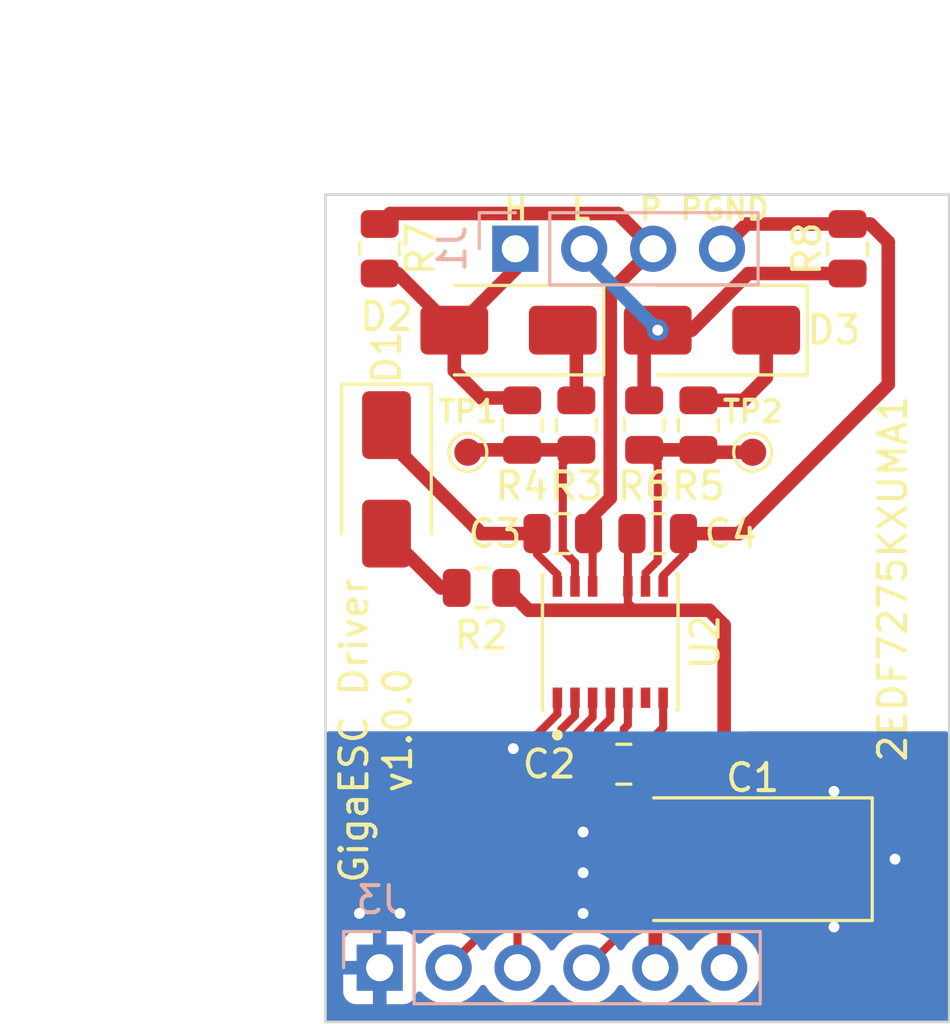
<source format=kicad_pcb>
(kicad_pcb (version 20221018) (generator pcbnew)
  (layers (0 "F.Cu" signal) (31 "B.Cu" signal) (34 "B.Paste" user) (35 "F.Paste" user) (36 "B.SilkS" user "B.Silkscreen") (37 "F.SilkS" user "F.Silkscreen") (38 "B.Mask" user) (39 "F.Mask" user) (44 "Edge.Cuts" user))
  (net 0 "")
  (net 1 "GND")
  (net 2 "+3.3V")
  (net 3 "Net-(D1-K)")
  (net 4 "/PHASE")
  (net 5 "+15V")
  (net 6 "/PHASE_GROUND")
  (net 7 "Net-(D1-A)")
  (net 8 "Net-(D2-K)")
  (net 9 "/PH")
  (net 10 "Net-(D3-K)")
  (net 11 "/PL")
  (net 12 "Net-(U2-OUTA)")
  (net 13 "Net-(U2-OUTB)")
  (net 14 "/H")
  (net 15 "/L")
  (net 16 "/DISABLE")
  (footprint "GigaVescLibs:IC_2EDF7275KXUMA2" (layer "F.Cu") (at 139.5 110.5 90)
    (fp_text reference "U2" (at 0 3.5 90) (layer "F.SilkS"))
    (fp_text value "2EDF7275KXUMA1")
    (fp_line (start -2.5 -2.5) (end 2.5 -2.5) (stroke (width 0.127)) (layer "F.SilkS"))
    (fp_line (start -2.5 -2.445) (end -2.5 -2.5) (stroke (width 0.127)) (layer "F.SilkS"))
    (fp_line (start -2.5 2.5) (end -2.5 2.445) (stroke (width 0.127)) (layer "F.SilkS"))
    (fp_line (start 2.5 -2.5) (end 2.5 -2.445) (stroke (width 0.127)) (layer "F.SilkS"))
    (fp_line (start 2.5 2.5) (end -2.5 2.5) (stroke (width 0.127)) (layer "F.SilkS"))
    (fp_line (start 2.5 2.5) (end 2.5 2.445) (stroke (width 0.127)) (layer "F.SilkS"))
    (fp_circle (center -3.425 -1.95) (end -3.325 -1.95) (stroke (width 0.2)) (fill none) (layer "F.SilkS"))
    (pad "1" smd rect (at -2.05 -1.95 90) (size 0.75 0.35) (layers "F.Cu" "F.Mask") (net 1 "GND"))
    (pad "2" smd rect (at -2.05 -1.3 90) (size 0.75 0.35) (layers "F.Cu" "F.Mask") (net 14 "/H"))
    (pad "3" smd rect (at -2.05 -0.65 90) (size 0.75 0.35) (layers "F.Cu" "F.Mask") (net 15 "/L"))
    (pad "4" smd rect (at -2.05 0 90) (size 0.75 0.35) (layers "F.Cu" "F.Mask") (net 1 "GND"))
    (pad "5" smd rect (at -2.05 0.65 90) (size 0.75 0.35) (layers "F.Cu" "F.Mask") (net 16 "/DISABLE"))
    (pad "6" smd rect (at -2.05 1.3 90) (size 0.75 0.35) (layers "F.Cu" "F.Mask"))
    (pad "7" smd rect (at -2.05 1.95 90) (size 0.75 0.35) (layers "F.Cu" "F.Mask") (net 2 "+3.3V"))
    (pad "8" smd rect (at 2.05 1.95 90) (size 0.75 0.35) (layers "F.Cu" "F.Mask") (net 6 "/PHASE_GROUND"))
    (pad "9" smd rect (at 2.05 1.3 90) (size 0.75 0.35) (layers "F.Cu" "F.Mask") (net 13 "Net-(U2-OUTB)"))
    (pad "10" smd rect (at 2.05 0.65 90) (size 0.75 0.35) (layers "F.Cu" "F.Mask") (net 5 "+15V"))
    (pad "11" smd rect (at 2.05 -0.65 90) (size 0.75 0.35) (layers "F.Cu" "F.Mask") (net 4 "/PHASE"))
    (pad "12" smd rect (at 2.05 -1.3 90) (size 0.75 0.35) (layers "F.Cu" "F.Mask") (net 12 "Net-(U2-OUTA)"))
    (pad "13" smd rect (at 2.05 -1.95 90) (size 0.75 0.35) (layers "F.Cu" "F.Mask") (net 3 "Net-(D1-K)"))
  )
  (footprint "Diode_SMD:D_SMA" (layer "F.Cu") (at 143.25 99 180)
    (fp_text reference "D3" (at -4.5 0 180) (layer "F.SilkS"))
    (fp_text value "SS520F")
    (fp_line (start -3.51 -1.65) (end -3.51 1.65) (stroke (width 0.12)) (layer "F.SilkS"))
    (fp_line (start -3.51 -1.65) (end 2 -1.65) (stroke (width 0.12)) (layer "F.SilkS"))
    (fp_line (start -3.51 1.65) (end 2 1.65) (stroke (width 0.12)) (layer "F.SilkS"))
    (pad "1" smd roundrect (at -2 0 180) (size 2.5 1.8) (layers "F.Cu" "F.Paste" "F.Mask") (roundrect_rratio 0.1388888889) (net 10 "Net-(D3-K)"))
    (pad "2" smd roundrect (at 2 0 180) (size 2.5 1.8) (layers "F.Cu" "F.Paste" "F.Mask") (roundrect_rratio 0.1388888889) (net 11 "/PL"))
  )
  (footprint "Capacitor_SMD:C_0805_2012Metric" (layer "F.Cu") (at 140 115 180)
    (fp_text reference "C2" (at 2.75 0) (layer "F.SilkS"))
    (fp_text value "100n")
    (fp_line (start -0.261252 -0.735) (end 0.261252 -0.735) (stroke (width 0.12)) (layer "F.SilkS"))
    (fp_line (start -0.261252 0.735) (end 0.261252 0.735) (stroke (width 0.12)) (layer "F.SilkS"))
    (pad "1" smd roundrect (at -0.95 0 180) (size 1 1.45) (layers "F.Cu" "F.Paste" "F.Mask") (net 2 "+3.3V"))
    (pad "2" smd roundrect (at 0.95 0 180) (size 1 1.45) (layers "F.Cu" "F.Paste" "F.Mask") (net 1 "GND"))
  )
  (footprint "Capacitor_Tantalum_SMD:CP_EIA-7343-31_Kemet-D" (layer "F.Cu") (at 144.75 118.5 180)
    (fp_text reference "C1" (at 0 3 180) (layer "F.SilkS"))
    (fp_text value "47u 25v Tant")
    (fp_line (start -4.41 -2.26) (end -4.41 2.26) (stroke (width 0.12)) (layer "F.SilkS"))
    (fp_line (start -4.41 2.26) (end 3.65 2.26) (stroke (width 0.12)) (layer "F.SilkS"))
    (fp_line (start 3.65 -2.26) (end -4.41 -2.26) (stroke (width 0.12)) (layer "F.SilkS"))
    (pad "1" smd roundrect (at -3.1125 0 180) (size 2.075 2.55) (layers "F.Cu" "F.Paste" "F.Mask") (roundrect_rratio 0.1204819277) (net 1 "GND"))
    (pad "2" smd roundrect (at 3.1125 0 180) (size 2.075 2.55) (layers "F.Cu" "F.Paste" "F.Mask") (roundrect_rratio 0.1204819277) (net 2 "+3.3V"))
  )
  (footprint "Resistor_SMD:R_0805_2012Metric" (layer "F.Cu") (at 131 96 -90)
    (fp_text reference "R7" (at 0 -1.5 90) (layer "F.SilkS"))
    (fp_text value "4.7k")
    (fp_line (start -0.227064 -0.735) (end 0.227064 -0.735) (stroke (width 0.12)) (layer "F.SilkS"))
    (fp_line (start -0.227064 0.735) (end 0.227064 0.735) (stroke (width 0.12)) (layer "F.SilkS"))
    (pad "1" smd roundrect (at -0.9125 0 270) (size 1.025 1.4) (layers "F.Cu" "F.Paste" "F.Mask") (roundrect_rratio 0.243902439) (net 4 "/PHASE"))
    (pad "2" smd roundrect (at 0.9125 0 270) (size 1.025 1.4) (layers "F.Cu" "F.Paste" "F.Mask") (roundrect_rratio 0.243902439) (net 9 "/PH"))
  )
  (footprint "Resistor_SMD:R_0805_2012Metric" (layer "F.Cu") (at 148.25 96 -90)
    (fp_text reference "R8" (at 0 1.5 90) (layer "F.SilkS"))
    (fp_text value "4.7k")
    (fp_line (start -0.227064 -0.735) (end 0.227064 -0.735) (stroke (width 0.12)) (layer "F.SilkS"))
    (fp_line (start -0.227064 0.735) (end 0.227064 0.735) (stroke (width 0.12)) (layer "F.SilkS"))
    (pad "1" smd roundrect (at -0.9125 0 270) (size 1.025 1.4) (layers "F.Cu" "F.Paste" "F.Mask") (roundrect_rratio 0.243902439) (net 6 "/PHASE_GROUND"))
    (pad "2" smd roundrect (at 0.9125 0 270) (size 1.025 1.4) (layers "F.Cu" "F.Paste" "F.Mask") (roundrect_rratio 0.243902439) (net 11 "/PL"))
  )
  (footprint "TestPoint:TestPoint_Pad_D1.0mm" (layer "F.Cu") (at 144.75 103.5)
    (fp_text reference "TP2" (at 0 -1.5) (layer "F.SilkS") (effects (font (size 0.8 0.8))))
    (fp_text value "TestPoint")
    (fp_circle (center 0 0) (end 0 0.7) (stroke (width 0.12)) (fill none) (layer "F.SilkS"))
    (pad "1" smd circle (at 0 0) (size 1 1) (layers "F.Cu" "F.Mask") (net 13 "Net-(U2-OUTB)"))
  )
  (footprint "Capacitor_SMD:C_0805_2012Metric" (layer "F.Cu") (at 137.75 106.5)
    (fp_text reference "C3" (at -2.5 0) (layer "F.SilkS"))
    (fp_text value "4.7u 25v")
    (fp_line (start -0.261252 -0.735) (end 0.261252 -0.735) (stroke (width 0.12)) (layer "F.SilkS"))
    (fp_line (start -0.261252 0.735) (end 0.261252 0.735) (stroke (width 0.12)) (layer "F.SilkS"))
    (pad "1" smd roundrect (at -0.95 0) (size 1 1.45) (layers "F.Cu" "F.Paste" "F.Mask") (net 3 "Net-(D1-K)"))
    (pad "2" smd roundrect (at 0.95 0) (size 1 1.45) (layers "F.Cu" "F.Paste" "F.Mask") (net 4 "/PHASE"))
  )
  (footprint "Diode_SMD:D_SMA" (layer "F.Cu") (at 135.75 99 180)
    (fp_text reference "D2" (at 4.5 0.5) (layer "F.SilkS"))
    (fp_text value "SS520F")
    (fp_line (start -3.51 -1.65) (end -3.51 1.65) (stroke (width 0.12)) (layer "F.SilkS"))
    (fp_line (start -3.51 -1.65) (end 2 -1.65) (stroke (width 0.12)) (layer "F.SilkS"))
    (fp_line (start -3.51 1.65) (end 2 1.65) (stroke (width 0.12)) (layer "F.SilkS"))
    (pad "1" smd roundrect (at -2 0 180) (size 2.5 1.8) (layers "F.Cu" "F.Paste" "F.Mask") (roundrect_rratio 0.1388888889) (net 8 "Net-(D2-K)"))
    (pad "2" smd roundrect (at 2 0 180) (size 2.5 1.8) (layers "F.Cu" "F.Paste" "F.Mask") (roundrect_rratio 0.1388888889) (net 9 "/PH"))
  )
  (footprint "TestPoint:TestPoint_Pad_D1.0mm" (layer "F.Cu") (at 134.25 103.5)
    (fp_text reference "TP1" (at 0 -1.5 180) (layer "F.SilkS") (effects (font (size 0.8 0.8))))
    (fp_text value "TestPoint")
    (fp_circle (center 0 0) (end 0 0.7) (stroke (width 0.12)) (fill none) (layer "F.SilkS"))
    (pad "1" smd circle (at 0 0) (size 1 1) (layers "F.Cu" "F.Mask") (net 12 "Net-(U2-OUTA)"))
  )
  (footprint "Resistor_SMD:R_0805_2012Metric" (layer "F.Cu") (at 138.25 102.5 90)
    (fp_text reference "R3" (at -2.25 0 180) (layer "F.SilkS"))
    (fp_text value "2.2")
    (fp_line (start -0.227064 -0.735) (end 0.227064 -0.735) (stroke (width 0.12)) (layer "F.SilkS"))
    (fp_line (start -0.227064 0.735) (end 0.227064 0.735) (stroke (width 0.12)) (layer "F.SilkS"))
    (pad "1" smd roundrect (at -0.9125 0 90) (size 1.025 1.4) (layers "F.Cu" "F.Paste" "F.Mask") (roundrect_rratio 0.243902439) (net 12 "Net-(U2-OUTA)"))
    (pad "2" smd roundrect (at 0.9125 0 90) (size 1.025 1.4) (layers "F.Cu" "F.Paste" "F.Mask") (roundrect_rratio 0.243902439) (net 8 "Net-(D2-K)"))
  )
  (footprint "Resistor_SMD:R_0805_2012Metric" (layer "F.Cu") (at 134.75 108.5 180)
    (fp_text reference "R2" (at 0 -1.75 180) (layer "F.SilkS"))
    (fp_text value "2.2")
    (fp_line (start -0.227064 -0.735) (end 0.227064 -0.735) (stroke (width 0.12)) (layer "F.SilkS"))
    (fp_line (start -0.227064 0.735) (end 0.227064 0.735) (stroke (width 0.12)) (layer "F.SilkS"))
    (pad "1" smd roundrect (at -0.9125 0 180) (size 1.025 1.4) (layers "F.Cu" "F.Paste" "F.Mask") (roundrect_rratio 0.243902439) (net 5 "+15V"))
    (pad "2" smd roundrect (at 0.9125 0 180) (size 1.025 1.4) (layers "F.Cu" "F.Paste" "F.Mask") (roundrect_rratio 0.243902439) (net 7 "Net-(D1-A)"))
  )
  (footprint "Resistor_SMD:R_0805_2012Metric" (layer "F.Cu") (at 140.75 102.5 90)
    (fp_text reference "R6" (at -2.25 0) (layer "F.SilkS"))
    (fp_text value "2.2")
    (fp_line (start -0.227064 -0.735) (end 0.227064 -0.735) (stroke (width 0.12)) (layer "F.SilkS"))
    (fp_line (start -0.227064 0.735) (end 0.227064 0.735) (stroke (width 0.12)) (layer "F.SilkS"))
    (pad "1" smd roundrect (at -0.9125 0 90) (size 1.025 1.4) (layers "F.Cu" "F.Paste" "F.Mask") (roundrect_rratio 0.243902439) (net 13 "Net-(U2-OUTB)"))
    (pad "2" smd roundrect (at 0.9125 0 90) (size 1.025 1.4) (layers "F.Cu" "F.Paste" "F.Mask") (roundrect_rratio 0.243902439) (net 11 "/PL"))
  )
  (footprint "Diode_SMD:D_SMA" (layer "F.Cu") (at 131.25 104.5 -90)
    (fp_text reference "D1" (at -4.5 0 90) (layer "F.SilkS"))
    (fp_text value "SS520F")
    (fp_line (start -3.51 -1.65) (end -3.51 1.65) (stroke (width 0.12)) (layer "F.SilkS"))
    (fp_line (start -3.51 -1.65) (end 2 -1.65) (stroke (width 0.12)) (layer "F.SilkS"))
    (fp_line (start -3.51 1.65) (end 2 1.65) (stroke (width 0.12)) (layer "F.SilkS"))
    (pad "1" smd roundrect (at -2 0 270) (size 2.5 1.8) (layers "F.Cu" "F.Paste" "F.Mask") (roundrect_rratio 0.1388888889) (net 3 "Net-(D1-K)"))
    (pad "2" smd roundrect (at 2 0 270) (size 2.5 1.8) (layers "F.Cu" "F.Paste" "F.Mask") (roundrect_rratio 0.1388888889) (net 7 "Net-(D1-A)"))
  )
  (footprint "Resistor_SMD:R_0805_2012Metric" (layer "F.Cu") (at 136.25 102.5 90)
    (fp_text reference "R4" (at -2.25 0) (layer "F.SilkS"))
    (fp_text value "2.2")
    (fp_line (start -0.227064 -0.735) (end 0.227064 -0.735) (stroke (width 0.12)) (layer "F.SilkS"))
    (fp_line (start -0.227064 0.735) (end 0.227064 0.735) (stroke (width 0.12)) (layer "F.SilkS"))
    (pad "1" smd roundrect (at -0.9125 0 90) (size 1.025 1.4) (layers "F.Cu" "F.Paste" "F.Mask") (roundrect_rratio 0.243902439) (net 12 "Net-(U2-OUTA)"))
    (pad "2" smd roundrect (at 0.9125 0 90) (size 1.025 1.4) (layers "F.Cu" "F.Paste" "F.Mask") (roundrect_rratio 0.243902439) (net 9 "/PH"))
  )
  (footprint "Resistor_SMD:R_0805_2012Metric" (layer "F.Cu") (at 142.75 102.5 90)
    (fp_text reference "R5" (at -2.25 0 180) (layer "F.SilkS"))
    (fp_text value "2.2")
    (fp_line (start -0.227064 -0.735) (end 0.227064 -0.735) (stroke (width 0.12)) (layer "F.SilkS"))
    (fp_line (start -0.227064 0.735) (end 0.227064 0.735) (stroke (width 0.12)) (layer "F.SilkS"))
    (pad "1" smd roundrect (at -0.9125 0 90) (size 1.025 1.4) (layers "F.Cu" "F.Paste" "F.Mask") (roundrect_rratio 0.243902439) (net 13 "Net-(U2-OUTB)"))
    (pad "2" smd roundrect (at 0.9125 0 90) (size 1.025 1.4) (layers "F.Cu" "F.Paste" "F.Mask") (roundrect_rratio 0.243902439) (net 10 "Net-(D3-K)"))
  )
  (footprint "Capacitor_SMD:C_0805_2012Metric" (layer "F.Cu") (at 141.25 106.5)
    (fp_text reference "C4" (at 2.7 0) (layer "F.SilkS"))
    (fp_text value "4.7u 25v")
    (fp_line (start -0.261252 -0.735) (end 0.261252 -0.735) (stroke (width 0.12)) (layer "F.SilkS"))
    (fp_line (start -0.261252 0.735) (end 0.261252 0.735) (stroke (width 0.12)) (layer "F.SilkS"))
    (pad "1" smd roundrect (at -0.95 0) (size 1 1.45) (layers "F.Cu" "F.Paste" "F.Mask") (net 5 "+15V"))
    (pad "2" smd roundrect (at 0.95 0) (size 1 1.45) (layers "F.Cu" "F.Paste" "F.Mask") (net 6 "/PHASE_GROUND"))
  )
  (footprint "Connector_PinHeader_2.54mm:PinHeader_1x06_P2.54mm_Vertical" (layer "B.Cu") (at 131 122.5 -90)
    (fp_text reference "J3" (at -2.5 0 -180) (layer "B.SilkS") (effects (justify mirror)))
    (fp_text value "Input")
    (fp_line (start -1.33 -14.03) (end 1.33 -14.03) (stroke (width 0.12)) (layer "B.SilkS"))
    (fp_line (start -1.33 -1.27) (end -1.33 -14.03) (stroke (width 0.12)) (layer "B.SilkS"))
    (fp_line (start -1.33 -1.27) (end 1.33 -1.27) (stroke (width 0.12)) (layer "B.SilkS"))
    (fp_line (start -1.33 0) (end -1.33 1.33) (stroke (width 0.12)) (layer "B.SilkS"))
    (fp_line (start -1.33 1.33) (end 0 1.33) (stroke (width 0.12)) (layer "B.SilkS"))
    (fp_line (start 1.33 -1.27) (end 1.33 -14.03) (stroke (width 0.12)) (layer "B.SilkS"))
    (pad "1" thru_hole rect (at 0 0 270) (size 1.7 1.7) (drill 1) (layers "*.Cu" "*.Mask") (net 1 "GND"))
    (pad "2" thru_hole oval (at 0 -2.54 270) (size 1.7 1.7) (drill 1) (layers "*.Cu" "*.Mask") (net 14 "/H"))
    (pad "3" thru_hole oval (at 0 -5.08 270) (size 1.7 1.7) (drill 1) (layers "*.Cu" "*.Mask") (net 15 "/L"))
    (pad "4" thru_hole oval (at 0 -7.62 270) (size 1.7 1.7) (drill 1) (layers "*.Cu" "*.Mask") (net 16 "/DISABLE"))
    (pad "5" thru_hole oval (at 0 -10.16 270) (size 1.7 1.7) (drill 1) (layers "*.Cu" "*.Mask") (net 2 "+3.3V"))
    (pad "6" thru_hole oval (at 0 -12.7 270) (size 1.7 1.7) (drill 1) (layers "*.Cu" "*.Mask") (net 5 "+15V"))
  )
  (footprint "Connector_PinHeader_2.54mm:PinHeader_1x04_P2.54mm_Vertical" (layer "B.Cu") (at 136 96 -90)
    (fp_text reference "J1" (at 0 2.33 90) (layer "B.SilkS") (effects (justify mirror)))
    (fp_text value "Output")
    (fp_line (start -1.33 -8.95) (end 1.33 -8.95) (stroke (width 0.12)) (layer "B.SilkS"))
    (fp_line (start -1.33 -1.27) (end -1.33 -8.95) (stroke (width 0.12)) (layer "B.SilkS"))
    (fp_line (start -1.33 -1.27) (end 1.33 -1.27) (stroke (width 0.12)) (layer "B.SilkS"))
    (fp_line (start -1.33 0) (end -1.33 1.33) (stroke (width 0.12)) (layer "B.SilkS"))
    (fp_line (start -1.33 1.33) (end 0 1.33) (stroke (width 0.12)) (layer "B.SilkS"))
    (fp_line (start 1.33 -1.27) (end 1.33 -8.95) (stroke (width 0.12)) (layer "B.SilkS"))
    (pad "1" thru_hole rect (at 0 0 270) (size 1.7 1.7) (drill 1) (layers "*.Cu" "*.Mask") (net 9 "/PH"))
    (pad "2" thru_hole oval (at 0 -2.54 270) (size 1.7 1.7) (drill 1) (layers "*.Cu" "*.Mask") (net 11 "/PL"))
    (pad "3" thru_hole oval (at 0 -5.08 270) (size 1.7 1.7) (drill 1) (layers "*.Cu" "*.Mask") (net 4 "/PHASE"))
    (pad "4" thru_hole oval (at 0 -7.62 270) (size 1.7 1.7) (drill 1) (layers "*.Cu" "*.Mask") (net 6 "/PHASE_GROUND"))
  )
  (gr_rect (start 129 94) (end 152 124.5) (stroke (width 0.1)) (fill none) (layer "Edge.Cuts"))
  (gr_text "P" (at 140.5 95) (layer "F.SilkS") (effects (font (size 0.8 0.8)) (justify left bottom)))
  (gr_text "2EDF7275KXUMA1" (at 150.5 115 90) (layer "F.SilkS") (effects (font (size 1 1)) (justify left bottom)))
  (gr_text "L" (at 138 95) (layer "F.SilkS") (effects (font (size 0.8 0.8)) (justify left bottom)))
  (gr_text "GigaESC Driver\nv1.0.0" (at 132.25 113.75 90) (layer "F.SilkS") (effects (font (size 1 1)) (justify bottom)))
  (gr_text "H" (at 135.5 95) (layer "F.SilkS") (effects (font (size 0.8 0.8)) (justify left bottom)))
  (gr_text "PGND" (at 142 95) (layer "F.SilkS") (effects (font (size 0.8 0.8)) (justify left bottom)))
  (segment (start 139.5 113.325) (end 139.05 113.775) (width 0.3) (layer "F.Cu") (net 1))
  (segment (start 139.5 112.55) (end 139.5 113.325) (width 0.3) (layer "F.Cu") (net 1))
  (segment (start 139.05 115) (end 139.05 116.95) (width 0.5) (layer "F.Cu") (net 1))
  (segment (start 136.278265 114.425417) (end 135.925417 114.425417) (width 0.3) (layer "F.Cu") (net 1))
  (segment (start 137.55 113.153682) (end 136.278265 114.425417) (width 0.3) (layer "F.Cu") (net 1))
  (segment (start 137.55 112.55) (end 137.55 113.153682) (width 0.3) (layer "F.Cu") (net 1))
  (segment (start 139.05 113.775) (end 139.05 115) (width 0.3) (layer "F.Cu") (net 1))
  (segment (start 139.05 116.95) (end 138.5 117.5) (width 0.5) (layer "F.Cu") (net 1))
  (via (at 147.75 116) (size 0.8) (drill 0.4) (layers "F.Cu" "B.Cu") (net 1))
  (via (at 147.75 121) (size 0.8) (drill 0.4) (layers "F.Cu" "B.Cu") (net 1))
  (via (at 130.25 120.5) (size 0.8) (drill 0.4) (layers "F.Cu" "B.Cu") (net 1))
  (via (at 135.925417 114.425417) (size 0.8) (drill 0.4) (layers "F.Cu" "B.Cu") (net 1))
  (via (at 131.75 120.5) (size 0.8) (drill 0.4) (layers "F.Cu" "B.Cu") (net 1))
  (via (at 138.5 120.5) (size 0.8) (drill 0.4) (layers "F.Cu" "B.Cu") (net 1))
  (via (at 138.5 119) (size 0.8) (drill 0.4) (layers "F.Cu" "B.Cu") (net 1))
  (via (at 150 118.5) (size 0.8) (drill 0.4) (layers "F.Cu" "B.Cu") (net 1))
  (via (at 138.5 117.5) (size 0.8) (drill 0.4) (layers "F.Cu" "B.Cu") (net 1))
  (segment (start 141.45 113.65) (end 140.95 114.15) (width 0.3) (layer "F.Cu") (net 2))
  (segment (start 141.16 115.21) (end 140.95 115) (width 0.5) (layer "F.Cu") (net 2))
  (segment (start 141.16 122.5) (end 141.16 118) (width 0.5) (layer "F.Cu") (net 2))
  (segment (start 141.45 112.55) (end 141.45 113.65) (width 0.3) (layer "F.Cu") (net 2))
  (segment (start 140.95 114.15) (end 140.95 115) (width 0.3) (layer "F.Cu") (net 2))
  (segment (start 141.16 118) (end 141.16 115.21) (width 0.5) (layer "F.Cu") (net 2))
  (segment (start 141.66 118.5) (end 141.16 118) (width 0.5) (layer "F.Cu") (net 2))
  (segment (start 136.8 107.257106) (end 136.8 106.5) (width 0.3) (layer "F.Cu") (net 3))
  (segment (start 137.55 108.45) (end 137.55 108.007106) (width 0.3) (layer "F.Cu") (net 3))
  (segment (start 137.55 108.007106) (end 137.146447 107.603553) (width 0.3) (layer "F.Cu") (net 3))
  (segment (start 136.992894 107.45) (end 137.146447 107.603553) (width 0.3) (layer "F.Cu") (net 3))
  (segment (start 136.8 106.5) (end 134.75 106.5) (width 0.5) (layer "F.Cu") (net 3))
  (segment (start 131.25 103) (end 131.25 102.5) (width 0.5) (layer "F.Cu") (net 3))
  (segment (start 134.75 106.5) (end 131.25 103) (width 0.5) (layer "F.Cu") (net 3))
  (segment (start 137.146447 107.603553) (end 136.8 107.257106) (width 0.3) (layer "F.Cu") (net 3))
  (segment (start 138.7 106.5) (end 138.7 105.992526) (width 0.5) (layer "F.Cu") (net 4))
  (segment (start 138.7 106.5) (end 138.85 106.65) (width 0.3) (layer "F.Cu") (net 4))
  (segment (start 139.5 97.58) (end 141.08 96) (width 0.5) (layer "F.Cu") (net 4))
  (segment (start 139.78 94.7) (end 131.3875 94.7) (width 0.5) (layer "F.Cu") (net 4))
  (segment (start 139.5 105.192526) (end 139.5 97.58) (width 0.5) (layer "F.Cu") (net 4))
  (segment (start 138.85 106.65) (end 138.85 108.45) (width 0.3) (layer "F.Cu") (net 4))
  (segment (start 131.3875 94.7) (end 131 95.0875) (width 0.5) (layer "F.Cu") (net 4))
  (segment (start 138.7 106.5) (end 138.75 106.45) (width 0.5) (layer "F.Cu") (net 4))
  (segment (start 141.08 96) (end 139.78 94.7) (width 0.5) (layer "F.Cu") (net 4))
  (segment (start 138.7 105.992526) (end 139.5 105.192526) (width 0.5) (layer "F.Cu") (net 4))
  (segment (start 143.15 109.325) (end 136.4875 109.325) (width 0.5) (layer "F.Cu") (net 5))
  (segment (start 143.7 122.489949) (end 143.7 109.875) (width 0.5) (layer "F.Cu") (net 5))
  (segment (start 140.325 109.225) (end 140.15 109.05) (width 0.3) (layer "F.Cu") (net 5))
  (segment (start 140.15 109.05) (end 140.15 106.7) (width 0.3) (layer "F.Cu") (net 5))
  (segment (start 140.15 106.7) (end 140.35 106.5) (width 0.3) (layer "F.Cu") (net 5))
  (segment (start 143.7 109.875) (end 143.15 109.325) (width 0.5) (layer "F.Cu") (net 5))
  (segment (start 136.4875 109.325) (end 135.6625 108.5) (width 0.5) (layer "F.Cu") (net 5))
  (segment (start 141.45 108.05) (end 142.25 107.25) (width 0.3) (layer "F.Cu") (net 6))
  (segment (start 149.75 95.75) (end 149.75 101) (width 0.5) (layer "F.Cu") (net 6))
  (segment (start 149.0875 95.0875) (end 149.75 95.75) (width 0.5) (layer "F.Cu") (net 6))
  (segment (start 149.75 101) (end 144.25 106.5) (width 0.5) (layer "F.Cu") (net 6))
  (segment (start 144.5325 95.0875) (end 143.62 96) (width 0.5) (layer "F.Cu") (net 6))
  (segment (start 148.25 95.0875) (end 149.0875 95.0875) (width 0.5) (layer "F.Cu") (net 6))
  (segment (start 144.25 106.5) (end 142.25 106.5) (width 0.5) (layer "F.Cu") (net 6))
  (segment (start 141.45 108.45) (end 141.45 108.05) (width 0.3) (layer "F.Cu") (net 6))
  (segment (start 148.25 95.0875) (end 144.5325 95.0875) (width 0.5) (layer "F.Cu") (net 6))
  (segment (start 142.25 107.25) (end 142.25 106.5) (width 0.3) (layer "F.Cu") (net 6))
  (segment (start 133.25 108.5) (end 131.25 106.5) (width 0.5) (layer "F.Cu") (net 7))
  (segment (start 133.8375 108.5) (end 133.25 108.5) (width 0.5) (layer "F.Cu") (net 7))
  (segment (start 138.25 99.5) (end 137.75 99) (width 0.5) (layer "F.Cu") (net 8))
  (segment (start 138.25 101.5875) (end 138.25 99.5) (width 0.5) (layer "F.Cu") (net 8))
  (segment (start 136.1625 101.5) (end 136.25 101.5875) (width 0.5) (layer "F.Cu") (net 9))
  (segment (start 136 96.75) (end 133.75 99) (width 0.5) (layer "F.Cu") (net 9))
  (segment (start 134.75 101.5) (end 136.1625 101.5) (width 0.5) (layer "F.Cu") (net 9))
  (segment (start 136 96) (end 136 96.75) (width 0.5) (layer "F.Cu") (net 9))
  (segment (start 131 96.9125) (end 131.6625 96.9125) (width 0.5) (layer "F.Cu") (net 9))
  (segment (start 131.6625 96.9125) (end 133.75 99) (width 0.5) (layer "F.Cu") (net 9))
  (segment (start 133.75 99) (end 133.75 100.5) (width 0.5) (layer "F.Cu") (net 9))
  (segment (start 133.75 100.5) (end 134.75 101.5) (width 0.5) (layer "F.Cu") (net 9))
  (segment (start 145.25 100.75) (end 145.25 99) (width 0.5) (layer "F.Cu") (net 10))
  (segment (start 144.4125 101.5875) (end 145.25 100.75) (width 0.5) (layer "F.Cu") (net 10))
  (segment (start 142.75 101.5875) (end 144.4125 101.5875) (width 0.5) (layer "F.Cu") (net 10))
  (segment (start 142.5 99) (end 141.25 99) (width 0.5) (layer "F.Cu") (net 11))
  (segment (start 144.5875 96.9125) (end 142.5 99) (width 0.5) (layer "F.Cu") (net 11))
  (segment (start 148.25 96.9125) (end 144.5875 96.9125) (width 0.5) (layer "F.Cu") (net 11))
  (segment (start 140.75 99.5) (end 141.25 99) (width 0.5) (layer "F.Cu") (net 11))
  (segment (start 140.75 101.5875) (end 140.75 99.5) (width 0.5) (layer "F.Cu") (net 11))
  (via (at 141.25 99) (size 0.8) (drill 0.4) (layers "F.Cu" "B.Cu") (net 11))
  (segment (start 138.54 96) (end 138.54 96.29) (width 0.5) (layer "B.Cu") (net 11))
  (segment (start 138.54 96.29) (end 141.25 99) (width 0.5) (layer "B.Cu") (net 11))
  (segment (start 138.25 103.4125) (end 136.25 103.4125) (width 0.5) (layer "F.Cu") (net 12))
  (segment (start 138.2 108.45) (end 138.2 107.573528) (width 0.3) (layer "F.Cu") (net 12))
  (segment (start 136.25 103.4125) (end 134.3375 103.4125) (width 0.5) (layer "F.Cu") (net 12))
  (segment (start 138.2 107.573528) (end 137.75 107.123528) (width 0.3) (layer "F.Cu") (net 12))
  (segment (start 137.75 103.9125) (end 138.25 103.4125) (width 0.3) (layer "F.Cu") (net 12))
  (segment (start 134.3375 103.4125) (end 134.25 103.5) (width 0.5) (layer "F.Cu") (net 12))
  (segment (start 137.75 107.123528) (end 137.75 103.9125) (width 0.3) (layer "F.Cu") (net 12))
  (segment (start 140.8 107.95) (end 141.25 107.5) (width 0.3) (layer "F.Cu") (net 13))
  (segment (start 141.25 103.9125) (end 140.75 103.4125) (width 0.3) (layer "F.Cu") (net 13))
  (segment (start 141.25 107.5) (end 141.25 103.9125) (width 0.3) (layer "F.Cu") (net 13))
  (segment (start 142.8375 103.5) (end 142.75 103.4125) (width 0.5) (layer "F.Cu") (net 13))
  (segment (start 140.8 108.45) (end 140.8 107.95) (width 0.3) (layer "F.Cu") (net 13))
  (segment (start 144.75 103.5) (end 142.8375 103.5) (width 0.5) (layer "F.Cu") (net 13))
  (segment (start 140.75 103.4125) (end 142.75 103.4125) (width 0.5) (layer "F.Cu") (net 13))
  (segment (start 135.58 120.42) (end 133.54 122.46) (width 0.3) (layer "F.Cu") (net 14))
  (segment (start 138.2 112.55) (end 138.2 113.210788) (width 0.3) (layer "F.Cu") (net 14))
  (segment (start 138.2 113.210788) (end 137.7 113.710788) (width 0.3) (layer "F.Cu") (net 14))
  (segment (start 137.7 115.592894) (end 135.58 117.712894) (width 0.3) (layer "F.Cu") (net 14))
  (segment (start 135.58 117.712894) (end 135.58 120.42) (width 0.3) (layer "F.Cu") (net 14))
  (segment (start 133.54 122.46) (end 133.54 122.5) (width 0.3) (layer "F.Cu") (net 14))
  (segment (start 137.7 113.710788) (end 137.7 115.592894) (width 0.3) (layer "F.Cu") (net 14))
  (segment (start 136.08 117.92) (end 136.08 122.5) (width 0.3) (layer "F.Cu") (net 15))
  (segment (start 138.2 113.917894) (end 138.2 115.8) (width 0.3) (layer "F.Cu") (net 15))
  (segment (start 138.85 112.55) (end 138.85 113.267894) (width 0.3) (layer "F.Cu") (net 15))
  (segment (start 138.2 115.8) (end 136.08 117.92) (width 0.3) (layer "F.Cu") (net 15))
  (segment (start 138.85 113.267894) (end 138.2 113.917894) (width 0.3) (layer "F.Cu") (net 15))
  (segment (start 140.15 112.55) (end 140.15 113.55) (width 0.3) (layer "F.Cu") (net 16))
  (segment (start 140 121.12) (end 138.62 122.5) (width 0.3) (layer "F.Cu") (net 16))
  (segment (start 140.15 113.55) (end 140 113.7) (width 0.3) (layer "F.Cu") (net 16))
  (segment (start 140 113.7) (end 140 121.12) (width 0.3) (layer "F.Cu") (net 16))
  (zone (net 1) (net_name "GND") (layers "F&B.Cu") (connect_pads (clearance 0.5)) (min_thickness 0.25) (fill yes (thermal_gap 0.5) (thermal_bridge_width 0.5))
    (polygon (pts (xy 129 124.5) (xy 152 124.5) (xy 152 113.792) (xy 129 113.792)))
  )
)
</source>
